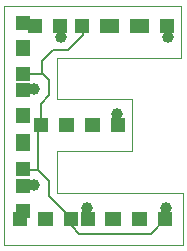
<source format=gtl>
G75*
%MOIN*%
%OFA0B0*%
%FSLAX24Y24*%
%IPPOS*%
%LPD*%
%AMOC8*
5,1,8,0,0,1.08239X$1,22.5*
%
%ADD10C,0.0000*%
%ADD11R,0.0472X0.0472*%
%ADD12C,0.0397*%
%ADD13C,0.0060*%
D10*
X002767Y002767D02*
X002767Y010742D01*
X008668Y010742D01*
X008668Y009017D01*
X004517Y009017D01*
X004517Y007642D01*
X007017Y007642D01*
X007017Y005892D01*
X004517Y005892D01*
X004517Y004517D01*
X008704Y004517D01*
X008704Y002767D01*
X002767Y002767D01*
D11*
X003291Y003642D03*
X004118Y003642D03*
X004166Y003642D03*
X003392Y003916D03*
X004993Y003642D03*
X005541Y003642D03*
X006368Y003642D03*
X006416Y003642D03*
X007243Y003642D03*
X007291Y003642D03*
X008118Y003642D03*
X003392Y004743D03*
X003392Y005291D03*
X003392Y006118D03*
X003392Y006228D03*
X003978Y006767D03*
X004805Y006767D03*
X004853Y006767D03*
X005680Y006767D03*
X005728Y006767D03*
X006555Y006767D03*
X003392Y007055D03*
X003392Y007103D03*
X003392Y007930D03*
X003392Y008478D03*
X003392Y009305D03*
X003392Y009353D03*
X003791Y010079D03*
X003392Y010180D03*
X004618Y010079D03*
X005353Y010079D03*
X006180Y010079D03*
X006353Y010079D03*
X007180Y010079D03*
X007353Y010079D03*
X008180Y010079D03*
D12*
X008204Y009704D03*
X004642Y009704D03*
X003767Y007954D03*
X006517Y007142D03*
X003767Y004767D03*
X005517Y004017D03*
X008142Y004017D03*
D13*
X008142Y003642D01*
X008118Y003642D01*
X008118Y003618D01*
X007642Y003142D01*
X005267Y003142D01*
X005017Y003392D01*
X005017Y003618D01*
X004993Y003642D01*
X004993Y003666D01*
X004267Y004392D01*
X004267Y004892D01*
X003892Y005267D01*
X003892Y006680D01*
X003978Y006767D01*
X003978Y007478D01*
X004267Y007767D01*
X004267Y008267D01*
X004017Y008517D01*
X004017Y008892D01*
X004392Y009267D01*
X004892Y009267D01*
X005392Y009767D01*
X005392Y010041D01*
X005353Y010079D01*
X004618Y010079D02*
X004618Y009728D01*
X004642Y009704D01*
X003791Y010079D02*
X003690Y010180D01*
X003392Y010180D01*
X006180Y010079D02*
X006353Y010079D01*
X007180Y010079D02*
X007353Y010079D01*
X008180Y010079D02*
X008180Y009728D01*
X008204Y009704D01*
X004017Y008517D02*
X003978Y008478D01*
X003392Y008478D01*
X003392Y007930D02*
X003743Y007930D01*
X003767Y007954D01*
X003392Y007103D02*
X003392Y007055D01*
X004805Y006767D02*
X004853Y006767D01*
X005680Y006767D02*
X005728Y006767D01*
X006555Y006767D02*
X006555Y007103D01*
X006517Y007142D01*
X003392Y006228D02*
X003392Y006118D01*
X003392Y005291D02*
X003416Y005267D01*
X003892Y005267D01*
X003767Y004767D02*
X003743Y004743D01*
X003392Y004743D01*
X003392Y003916D02*
X003291Y003815D01*
X003291Y003642D01*
X004118Y003642D02*
X004166Y003642D01*
X005541Y003642D02*
X005541Y003993D01*
X005517Y004017D01*
X006368Y003642D02*
X006416Y003642D01*
X007243Y003642D02*
X007291Y003642D01*
X003392Y009305D02*
X003392Y009353D01*
M02*

</source>
